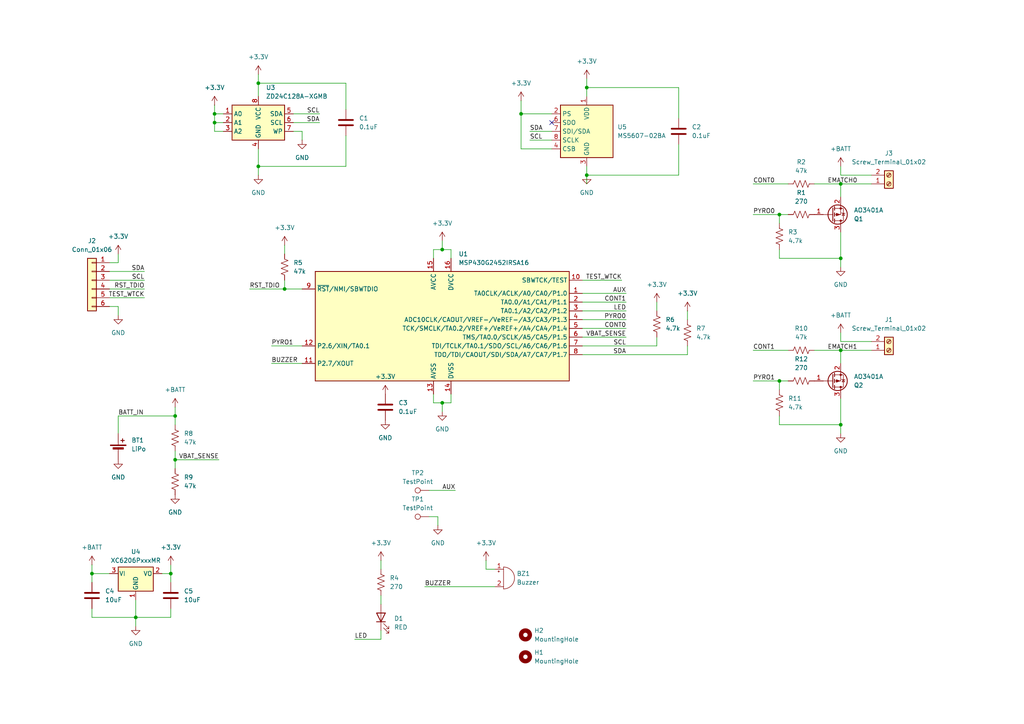
<source format=kicad_sch>
(kicad_sch (version 20231120) (generator "eeschema") (generator_version "8.0")
  (paper "A4")
  (lib_symbols
    (symbol "Connector:Screw_Terminal_01x02" (pin_names (offset 1.016) hide)
      (property "Reference" "J" (at 0 2.54 0))
      (property "Value" "Screw_Terminal_01x02" (at 0 -5.08 0))
      (symbol "Screw_Terminal_01x02_1_1"
        (rectangle (start -1.27 1.27) (end 1.27 -3.81) (stroke (width 0.254)) (fill (type background)))
        (circle (center 0 -2.54) (radius 0.635) (stroke (width 0.1524)))
        (polyline (pts (xy -0.5334 -2.2098) (xy 0.3302 -3.048)) (stroke (width 0.1524)))
        (polyline (pts (xy -0.5334 0.3302) (xy 0.3302 -0.508)) (stroke (width 0.1524)))
        (polyline (pts (xy -0.3556 -2.032) (xy 0.508 -2.8702)) (stroke (width 0.1524)))
        (polyline (pts (xy -0.3556 0.508) (xy 0.508 -0.3302)) (stroke (width 0.1524)))
        (circle (center 0 0) (radius 0.635) (stroke (width 0.1524)))
        (pin passive line (at -5.08 0 0) (length 3.81) (name "Pin_1") (number "1"))
        (pin passive line (at -5.08 -2.54 0) (length 3.81) (name "Pin_2") (number "2"))
      )
    )
    (symbol "Connector:TestPoint" (pin_numbers hide) (pin_names (offset 0.762) hide)
      (property "Reference" "TP" (at 0 6.858 0))
      (property "Value" "TestPoint" (at 0 5.08 0))
      (symbol "TestPoint_0_1"
        (circle (center 0 3.302) (radius 0.762))
      )
      (symbol "TestPoint_1_1"
        (pin passive line (at 0 0 90) (length 2.54) (name "1") (number "1"))
      )
    )
    (symbol "Connector_Generic:Conn_01x06" (pin_names (offset 1.016) hide)
      (property "Reference" "J" (at 0 7.62 0))
      (property "Value" "Conn_01x06" (at 0 -10.16 0))
      (symbol "Conn_01x06_1_1"
        (rectangle (start -1.27 -7.493) (end 0 -7.747) (stroke (width 0.1524)))
        (rectangle (start -1.27 -4.953) (end 0 -5.207) (stroke (width 0.1524)))
        (rectangle (start -1.27 -2.413) (end 0 -2.667) (stroke (width 0.1524)))
        (rectangle (start -1.27 0.127) (end 0 -0.127) (stroke (width 0.1524)))
        (rectangle (start -1.27 2.667) (end 0 2.413) (stroke (width 0.1524)))
        (rectangle (start -1.27 5.207) (end 0 4.953) (stroke (width 0.1524)))
        (rectangle (start -1.27 6.35) (end 1.27 -8.89) (stroke (width 0.254)) (fill (type background)))
        (pin passive line (at -5.08 5.08 0) (length 3.81) (name "Pin_1") (number "1"))
        (pin passive line (at -5.08 2.54 0) (length 3.81) (name "Pin_2") (number "2"))
        (pin passive line (at -5.08 0 0) (length 3.81) (name "Pin_3") (number "3"))
        (pin passive line (at -5.08 -2.54 0) (length 3.81) (name "Pin_4") (number "4"))
        (pin passive line (at -5.08 -5.08 0) (length 3.81) (name "Pin_5") (number "5"))
        (pin passive line (at -5.08 -7.62 0) (length 3.81) (name "Pin_6") (number "6"))
      )
    )
    (symbol "Device:Battery_Cell" (pin_numbers hide) (pin_names (offset 0) hide)
      (property "Reference" "BT" (at 2.54 2.54 0))
      (property "Value" "Battery_Cell" (at 2.54 0 0))
      (symbol "Battery_Cell_0_1"
        (rectangle (start -2.286 1.778) (end 2.286 1.524) (fill (type outline)))
        (rectangle (start -1.524 1.016) (end 1.524 0.508) (fill (type outline)))
        (polyline (pts (xy 0 0.762) (xy 0 0)))
        (polyline (pts (xy 0 1.778) (xy 0 2.54)))
        (polyline (pts (xy 0.762 3.048) (xy 1.778 3.048)) (stroke (width 0.254)))
        (polyline (pts (xy 1.27 3.556) (xy 1.27 2.54)) (stroke (width 0.254)))
      )
      (symbol "Battery_Cell_1_1"
        (pin passive line (at 0 5.08 270) (length 2.54) (name "+") (number "1"))
        (pin passive line (at 0 -2.54 90) (length 2.54) (name "-") (number "2"))
      )
    )
    (symbol "Device:Buzzer" (pin_names (offset 0.0254) hide)
      (property "Reference" "BZ" (at 3.81 1.27 0))
      (property "Value" "Buzzer" (at 3.81 -1.27 0))
      (symbol "Buzzer_0_1"
        (arc (start 0 -3.175) (mid 3.1612 0) (end 0 3.175))
        (polyline (pts (xy -1.651 1.905) (xy -1.143 1.905)))
        (polyline (pts (xy -1.397 2.159) (xy -1.397 1.651)))
        (polyline (pts (xy 0 3.175) (xy 0 -3.175)))
      )
      (symbol "Buzzer_1_1"
        (pin passive line (at -2.54 2.54 0) (length 2.54) (name "+") (number "1"))
        (pin passive line (at -2.54 -2.54 0) (length 2.54) (name "-") (number "2"))
      )
    )
    (symbol "Device:C" (pin_numbers hide) (pin_names (offset 0.254))
      (property "Reference" "C" (at 0.635 2.54 0))
      (property "Value" "C" (at 0.635 -2.54 0))
      (symbol "C_0_1"
        (polyline (pts (xy -2.032 -0.762) (xy 2.032 -0.762)) (stroke (width 0.508)))
        (polyline (pts (xy -2.032 0.762) (xy 2.032 0.762)) (stroke (width 0.508)))
      )
      (symbol "C_1_1"
        (pin passive line (at 0 3.81 270) (length 2.794) (name "~") (number "1"))
        (pin passive line (at 0 -3.81 90) (length 2.794) (name "~") (number "2"))
      )
    )
    (symbol "Device:LED" (pin_numbers hide) (pin_names (offset 1.016) hide)
      (property "Reference" "D" (at 0 2.54 0))
      (property "Value" "LED" (at 0 -2.54 0))
      (symbol "LED_0_1"
        (polyline (pts (xy -1.27 -1.27) (xy -1.27 1.27)) (stroke (width 0.254)))
        (polyline (pts (xy -1.27 0) (xy 1.27 0)))
        (polyline (pts (xy 1.27 -1.27) (xy 1.27 1.27) (xy -1.27 0) (xy 1.27 -1.27)) (stroke (width 0.254)))
        (polyline (pts (xy -3.048 -0.762) (xy -4.572 -2.286) (xy -3.81 -2.286) (xy -4.572 -2.286) (xy -4.572 -1.524)))
        (polyline (pts (xy -1.778 -0.762) (xy -3.302 -2.286) (xy -2.54 -2.286) (xy -3.302 -2.286) (xy -3.302 -1.524)))
      )
      (symbol "LED_1_1"
        (pin passive line (at -3.81 0 0) (length 2.54) (name "K") (number "1"))
        (pin passive line (at 3.81 0 180) (length 2.54) (name "A") (number "2"))
      )
    )
    (symbol "Device:R_US" (pin_numbers hide) (pin_names (offset 0))
      (property "Reference" "R" (at 2.54 0 90))
      (property "Value" "R_US" (at -2.54 0 90))
      (symbol "R_US_0_1"
        (polyline (pts (xy 0 -2.286) (xy 0 -2.54)))
        (polyline (pts (xy 0 2.286) (xy 0 2.54)))
        (polyline (pts (xy 0 -0.762) (xy 1.016 -1.143) (xy 0 -1.524) (xy -1.016 -1.905) (xy 0 -2.286)))
        (polyline (pts (xy 0 0.762) (xy 1.016 0.381) (xy 0 0) (xy -1.016 -0.381) (xy 0 -0.762)))
        (polyline (pts (xy 0 2.286) (xy 1.016 1.905) (xy 0 1.524) (xy -1.016 1.143) (xy 0 0.762)))
      )
      (symbol "R_US_1_1"
        (pin passive line (at 0 3.81 270) (length 1.27) (name "~") (number "1"))
        (pin passive line (at 0 -3.81 90) (length 1.27) (name "~") (number "2"))
      )
    )
    (symbol "MCU_Texas_MSP430:MSP430G2452IRSA16"
      (property "Reference" "U" (at -35.56 17.78 0))
      (property "Value" "MSP430G2452IRSA16" (at 29.21 -16.51 0))
      (symbol "MSP430G2452IRSA16_0_1"
        (rectangle (start -36.83 16.51) (end 36.83 -15.24) (stroke (width 0.254)) (fill (type background)))
      )
      (symbol "MSP430G2452IRSA16_1_1"
        (pin bidirectional line (at 40.64 10.16 180) (length 3.81) (name "TA0CLK/ACLK/A0/CA0/P1.0") (number "1"))
        (pin input line (at 40.64 13.97 180) (length 3.81) (name "SBWTCK/TEST") (number "10"))
        (pin bidirectional line (at -40.64 -10.16 0) (length 3.81) (name "P2.7/XOUT") (number "11"))
        (pin bidirectional line (at -40.64 -5.08 0) (length 3.81) (name "P2.6/XIN/TA0.1") (number "12"))
        (pin power_in line (at -2.54 -19.05 90) (length 3.81) (name "AVSS") (number "13"))
        (pin power_in line (at 2.54 -19.05 90) (length 3.81) (name "DVSS") (number "14"))
        (pin power_in line (at -2.54 20.32 270) (length 3.81) (name "AVCC") (number "15"))
        (pin power_in line (at 2.54 20.32 270) (length 3.81) (name "DVCC") (number "16"))
        (pin bidirectional line (at 40.64 7.62 180) (length 3.81) (name "TA0.0/A1/CA1/P1.1") (number "2"))
        (pin bidirectional line (at 40.64 5.08 180) (length 3.81) (name "TA0.1/A2/CA2/P1.2") (number "3"))
        (pin bidirectional line (at 40.64 2.54 180) (length 3.81) (name "ADC10CLK/CAOUT/VREF-/VeREF-/A3/CA3/P1.3") (number "4"))
        (pin bidirectional line (at 40.64 0 180) (length 3.81) (name "TCK/SMCLK/TA0.2/VREF+/VeREF+/A4/CA4/P1.4") (number "5"))
        (pin bidirectional line (at 40.64 -2.54 180) (length 3.81) (name "TMS/TA0.0/SCLK/A5/CA5/P1.5") (number "6"))
        (pin bidirectional line (at 40.64 -5.08 180) (length 3.81) (name "TDI/TCLK/TA0.1/SDO/SCL/A6/CA6/P1.6") (number "7"))
        (pin bidirectional line (at 40.64 -7.62 180) (length 3.81) (name "TDO/TDI/CAOUT/SDI/SDA/A7/CA7/P1.7") (number "8"))
        (pin input line (at -40.64 11.43 0) (length 3.81) (name "~{RST}/NMI/SBWTDIO") (number "9"))
      )
    )
    (symbol "Mechanical:MountingHole" (pin_names (offset 1.016)) (exclude_from_sim yes) (in_bom no)
      (property "Reference" "H" (at 0 5.08 0))
      (property "Value" "MountingHole" (at 0 3.175 0))
      (symbol "MountingHole_0_1"
        (circle (center 0 0) (radius 1.27) (stroke (width 1.27)))
      )
    )
    (symbol "Memory_EEPROM:CAT24C128"
      (property "Reference" "U" (at -6.35 6.35 0))
      (property "Value" "CAT24C128" (at 1.27 6.35 0))
      (symbol "CAT24C128_1_1"
        (rectangle (start -7.62 5.08) (end 7.62 -5.08) (stroke (width 0.254)) (fill (type background)))
        (pin input line (at -10.16 2.54 0) (length 2.54) (name "A0") (number "1"))
        (pin input line (at -10.16 0 0) (length 2.54) (name "A1") (number "2"))
        (pin input line (at -10.16 -2.54 0) (length 2.54) (name "A2") (number "3"))
        (pin power_in line (at 0 -7.62 90) (length 2.54) (name "GND") (number "4"))
        (pin bidirectional line (at 10.16 2.54 180) (length 2.54) (name "SDA") (number "5"))
        (pin input line (at 10.16 0 180) (length 2.54) (name "SCL") (number "6"))
        (pin input line (at 10.16 -2.54 180) (length 2.54) (name "WP") (number "7"))
        (pin power_in line (at 0 7.62 270) (length 2.54) (name "VCC") (number "8"))
      )
    )
    (symbol "Regulator_Linear:XC6206PxxxMR" (pin_names (offset 0.254))
      (property "Reference" "U" (at -3.81 3.175 0))
      (property "Value" "XC6206PxxxMR" (at 0 3.175 0))
      (symbol "XC6206PxxxMR_0_1"
        (rectangle (start -5.08 1.905) (end 5.08 -5.08) (stroke (width 0.254)) (fill (type background)))
      )
      (symbol "XC6206PxxxMR_1_1"
        (pin power_in line (at 0 -7.62 90) (length 2.54) (name "GND") (number "1"))
        (pin power_out line (at 7.62 0 180) (length 2.54) (name "VO") (number "2"))
        (pin power_in line (at -7.62 0 0) (length 2.54) (name "VI") (number "3"))
      )
    )
    (symbol "Sensor_Pressure:MS5607-02BA"
      (property "Reference" "U" (at -6.35 8.89 0))
      (property "Value" "MS5607-02BA" (at 7.62 8.89 0))
      (symbol "MS5607-02BA_0_1"
        (rectangle (start -7.62 7.62) (end 7.62 -7.62) (stroke (width 0.254)) (fill (type background)))
      )
      (symbol "MS5607-02BA_1_1"
        (pin power_in line (at 0 10.16 270) (length 2.54) (name "VDD") (number "1"))
        (pin input line (at -10.16 5.08 0) (length 2.54) (name "PS") (number "2"))
        (pin power_in line (at 0 -10.16 90) (length 2.54) (name "GND") (number "3"))
        (pin input line (at -10.16 -5.08 0) (length 2.54) (name "CSB") (number "4"))
        (pin input line (at -10.16 -5.08 0) (length 2.54) hide (name "CSB") (number "5"))
        (pin output line (at -10.16 2.54 0) (length 2.54) (name "SDO") (number "6"))
        (pin bidirectional line (at -10.16 0 0) (length 2.54) (name "SDI/SDA") (number "7"))
        (pin input line (at -10.16 -2.54 0) (length 2.54) (name "SCLK") (number "8"))
      )
    )
    (symbol "Transistor_FET:AO3401A" (pin_names hide)
      (property "Reference" "Q" (at 5.08 1.905 0))
      (property "Value" "AO3401A" (at 5.08 0 0))
      (symbol "AO3401A_0_1"
        (polyline (pts (xy 0.254 0) (xy -2.54 0)))
        (polyline (pts (xy 0.254 1.905) (xy 0.254 -1.905)) (stroke (width 0.254)))
        (polyline (pts (xy 0.762 -1.27) (xy 0.762 -2.286)) (stroke (width 0.254)))
        (polyline (pts (xy 0.762 0.508) (xy 0.762 -0.508)) (stroke (width 0.254)))
        (polyline (pts (xy 0.762 2.286) (xy 0.762 1.27)) (stroke (width 0.254)))
        (polyline (pts (xy 2.54 2.54) (xy 2.54 1.778)))
        (polyline (pts (xy 2.54 -2.54) (xy 2.54 0) (xy 0.762 0)))
        (polyline (pts (xy 0.762 1.778) (xy 3.302 1.778) (xy 3.302 -1.778) (xy 0.762 -1.778)))
        (polyline (pts (xy 2.286 0) (xy 1.27 0.381) (xy 1.27 -0.381) (xy 2.286 0)) (fill (type outline)))
        (polyline (pts (xy 2.794 -0.508) (xy 2.921 -0.381) (xy 3.683 -0.381) (xy 3.81 -0.254)))
        (polyline (pts (xy 3.302 -0.381) (xy 2.921 0.254) (xy 3.683 0.254) (xy 3.302 -0.381)))
        (circle (center 1.651 0) (radius 2.794) (stroke (width 0.254)))
        (circle (center 2.54 -1.778) (radius 0.254) (fill (type outline)))
        (circle (center 2.54 1.778) (radius 0.254) (fill (type outline)))
      )
      (symbol "AO3401A_1_1"
        (pin input line (at -5.08 0 0) (length 2.54) (name "G") (number "1"))
        (pin passive line (at 2.54 -5.08 90) (length 2.54) (name "S") (number "2"))
        (pin passive line (at 2.54 5.08 270) (length 2.54) (name "D") (number "3"))
      )
    )
    (symbol "power:+3.3V" (power) (pin_numbers hide) (pin_names (offset 0) hide)
      (property "Value" "+3.3V" (at 0 3.556 0))
      (symbol "+3.3V_0_1"
        (polyline (pts (xy -0.762 1.27) (xy 0 2.54)))
        (polyline (pts (xy 0 0) (xy 0 2.54)))
        (polyline (pts (xy 0 2.54) (xy 0.762 1.27)))
      )
      (symbol "+3.3V_1_1"
        (pin power_in line (at 0 0 90) (length 0) (name "~") (number "1"))
      )
    )
    (symbol "power:+BATT" (power) (pin_numbers hide) (pin_names (offset 0) hide)
      (property "Value" "+BATT" (at 0 3.556 0))
      (symbol "+BATT_0_1"
        (polyline (pts (xy -0.762 1.27) (xy 0 2.54)))
        (polyline (pts (xy 0 0) (xy 0 2.54)))
        (polyline (pts (xy 0 2.54) (xy 0.762 1.27)))
      )
      (symbol "+BATT_1_1"
        (pin power_in line (at 0 0 90) (length 0) (name "~") (number "1"))
      )
    )
    (symbol "power:GND" (power) (pin_numbers hide) (pin_names (offset 0) hide)
      (property "Value" "GND" (at 0 -3.81 0))
      (symbol "GND_0_1"
        (polyline (pts (xy 0 0) (xy 0 -1.27) (xy 1.27 -1.27) (xy 0 -2.54) (xy -1.27 -1.27) (xy 0 -1.27)))
      )
      (symbol "GND_1_1"
        (pin power_in line (at 0 0 270) (length 0) (name "~") (number "1"))
      )
    )
  )
  (junction (at 50.8 133.35))
  (junction (at 49.53 166.37))
  (junction (at 243.84 74.93))
  (junction (at 74.93 48.26))
  (junction (at 243.84 53.34))
  (junction (at 226.06 110.49))
  (junction (at 62.23 35.56))
  (junction (at 128.27 116.84))
  (junction (at 74.93 24.13))
  (junction (at 62.23 33.02))
  (junction (at 243.84 123.19))
  (junction (at 243.84 101.6))
  (junction (at 50.8 120.65))
  (junction (at 170.18 50.8))
  (junction (at 82.55 83.82))
  (junction (at 226.06 62.23))
  (junction (at 170.18 25.4))
  (junction (at 128.27 72.39))
  (junction (at 39.37 179.07))
  (junction (at 151.13 33.02))
  (junction (at 26.67 166.37))
  (no_connect (at 160.02 35.56))
  (wire (pts (xy 85.09 35.56) (xy 92.71 35.56)))
  (wire (pts (xy 50.8 120.65) (xy 50.8 123.19)))
  (wire (pts (xy 151.13 29.21) (xy 151.13 33.02)))
  (wire (pts (xy 50.8 120.65) (xy 50.8 118.11)))
  (wire (pts (xy 110.49 172.72) (xy 110.49 175.26)))
  (wire (pts (xy 31.75 86.36) (xy 41.91 86.36)))
  (wire (pts (xy 170.18 50.8) (xy 196.85 50.8)))
  (wire (pts (xy 199.39 90.17) (xy 199.39 92.71)))
  (wire (pts (xy 243.84 101.6) (xy 243.84 105.41)))
  (wire (pts (xy 170.18 48.26) (xy 170.18 50.8)))
  (wire (pts (xy 190.5 97.79) (xy 190.5 100.33)))
  (wire (pts (xy 168.91 95.25) (xy 181.61 95.25)))
  (wire (pts (xy 123.19 170.18) (xy 143.51 170.18)))
  (wire (pts (xy 87.63 83.82) (xy 82.55 83.82)))
  (wire (pts (xy 243.84 74.93) (xy 243.84 77.47)))
  (wire (pts (xy 34.29 73.66) (xy 34.29 76.2)))
  (wire (pts (xy 243.84 96.52) (xy 243.84 99.06)))
  (wire (pts (xy 168.91 100.33) (xy 190.5 100.33)))
  (wire (pts (xy 26.67 163.83) (xy 26.67 166.37)))
  (wire (pts (xy 87.63 38.1) (xy 85.09 38.1)))
  (wire (pts (xy 85.09 33.02) (xy 92.71 33.02)))
  (wire (pts (xy 168.91 87.63) (xy 181.61 87.63)))
  (wire (pts (xy 132.08 142.24) (xy 124.46 142.24)))
  (wire (pts (xy 160.02 40.64) (xy 153.67 40.64)))
  (wire (pts (xy 170.18 22.86) (xy 170.18 25.4)))
  (wire (pts (xy 168.91 90.17) (xy 181.61 90.17)))
  (wire (pts (xy 226.06 72.39) (xy 226.06 74.93)))
  (wire (pts (xy 170.18 53.34) (xy 170.18 50.8)))
  (wire (pts (xy 243.84 101.6) (xy 252.73 101.6)))
  (wire (pts (xy 72.39 83.82) (xy 82.55 83.82)))
  (wire (pts (xy 168.91 97.79) (xy 181.61 97.79)))
  (wire (pts (xy 110.49 165.1) (xy 110.49 162.56)))
  (wire (pts (xy 26.67 179.07) (xy 39.37 179.07)))
  (wire (pts (xy 49.53 176.53) (xy 49.53 179.07)))
  (wire (pts (xy 128.27 69.85) (xy 128.27 72.39)))
  (wire (pts (xy 74.93 43.18) (xy 74.93 48.26)))
  (wire (pts (xy 168.91 81.28) (xy 180.34 81.28)))
  (wire (pts (xy 218.44 62.23) (xy 226.06 62.23)))
  (wire (pts (xy 74.93 48.26) (xy 74.93 50.8)))
  (wire (pts (xy 39.37 179.07) (xy 49.53 179.07)))
  (wire (pts (xy 100.33 48.26) (xy 74.93 48.26)))
  (wire (pts (xy 102.87 185.42) (xy 110.49 185.42)))
  (wire (pts (xy 151.13 33.02) (xy 160.02 33.02)))
  (wire (pts (xy 196.85 34.29) (xy 196.85 25.4)))
  (wire (pts (xy 128.27 116.84) (xy 130.81 116.84)))
  (wire (pts (xy 127 149.86) (xy 124.46 149.86)))
  (wire (pts (xy 125.73 72.39) (xy 125.73 74.93)))
  (wire (pts (xy 243.84 53.34) (xy 243.84 57.15)))
  (wire (pts (xy 125.73 116.84) (xy 128.27 116.84)))
  (wire (pts (xy 170.18 25.4) (xy 170.18 27.94)))
  (wire (pts (xy 226.06 110.49) (xy 228.6 110.49)))
  (wire (pts (xy 82.55 71.12) (xy 82.55 73.66)))
  (wire (pts (xy 64.77 38.1) (xy 62.23 38.1)))
  (wire (pts (xy 226.06 110.49) (xy 226.06 113.03)))
  (wire (pts (xy 62.23 33.02) (xy 64.77 33.02)))
  (wire (pts (xy 74.93 24.13) (xy 74.93 27.94)))
  (wire (pts (xy 140.97 162.56) (xy 140.97 165.1)))
  (wire (pts (xy 243.84 48.26) (xy 243.84 50.8)))
  (wire (pts (xy 31.75 78.74) (xy 41.91 78.74)))
  (wire (pts (xy 50.8 133.35) (xy 50.8 135.89)))
  (wire (pts (xy 34.29 76.2) (xy 31.75 76.2)))
  (wire (pts (xy 130.81 72.39) (xy 128.27 72.39)))
  (wire (pts (xy 34.29 91.44) (xy 34.29 88.9)))
  (wire (pts (xy 196.85 41.91) (xy 196.85 50.8)))
  (wire (pts (xy 34.29 120.65) (xy 34.29 125.73)))
  (wire (pts (xy 160.02 38.1) (xy 153.67 38.1)))
  (wire (pts (xy 31.75 83.82) (xy 41.91 83.82)))
  (wire (pts (xy 243.84 123.19) (xy 243.84 115.57)))
  (wire (pts (xy 39.37 179.07) (xy 39.37 181.61)))
  (wire (pts (xy 34.29 120.65) (xy 50.8 120.65)))
  (wire (pts (xy 110.49 182.88) (xy 110.49 185.42)))
  (wire (pts (xy 243.84 53.34) (xy 252.73 53.34)))
  (wire (pts (xy 218.44 101.6) (xy 228.6 101.6)))
  (wire (pts (xy 130.81 116.84) (xy 130.81 114.3)))
  (wire (pts (xy 168.91 102.87) (xy 199.39 102.87)))
  (wire (pts (xy 151.13 33.02) (xy 151.13 43.18)))
  (wire (pts (xy 128.27 72.39) (xy 125.73 72.39)))
  (wire (pts (xy 190.5 87.63) (xy 190.5 90.17)))
  (wire (pts (xy 236.22 53.34) (xy 243.84 53.34)))
  (wire (pts (xy 168.91 92.71) (xy 181.61 92.71)))
  (wire (pts (xy 62.23 30.48) (xy 62.23 33.02)))
  (wire (pts (xy 226.06 123.19) (xy 243.84 123.19)))
  (wire (pts (xy 26.67 166.37) (xy 31.75 166.37)))
  (wire (pts (xy 218.44 110.49) (xy 226.06 110.49)))
  (wire (pts (xy 100.33 39.37) (xy 100.33 48.26)))
  (wire (pts (xy 130.81 74.93) (xy 130.81 72.39)))
  (wire (pts (xy 125.73 114.3) (xy 125.73 116.84)))
  (wire (pts (xy 26.67 176.53) (xy 26.67 179.07)))
  (wire (pts (xy 26.67 166.37) (xy 26.67 168.91)))
  (wire (pts (xy 78.74 100.33) (xy 87.63 100.33)))
  (wire (pts (xy 78.74 105.41) (xy 87.63 105.41)))
  (wire (pts (xy 74.93 21.59) (xy 74.93 24.13)))
  (wire (pts (xy 218.44 53.34) (xy 228.6 53.34)))
  (wire (pts (xy 49.53 166.37) (xy 46.99 166.37)))
  (wire (pts (xy 170.18 25.4) (xy 196.85 25.4)))
  (wire (pts (xy 226.06 74.93) (xy 243.84 74.93)))
  (wire (pts (xy 128.27 119.38) (xy 128.27 116.84)))
  (wire (pts (xy 49.53 166.37) (xy 49.53 168.91)))
  (wire (pts (xy 243.84 74.93) (xy 243.84 67.31)))
  (wire (pts (xy 100.33 24.13) (xy 74.93 24.13)))
  (wire (pts (xy 168.91 85.09) (xy 181.61 85.09)))
  (wire (pts (xy 252.73 99.06) (xy 243.84 99.06)))
  (wire (pts (xy 226.06 120.65) (xy 226.06 123.19)))
  (wire (pts (xy 39.37 173.99) (xy 39.37 179.07)))
  (wire (pts (xy 34.29 88.9) (xy 31.75 88.9)))
  (wire (pts (xy 226.06 62.23) (xy 226.06 64.77)))
  (wire (pts (xy 160.02 43.18) (xy 151.13 43.18)))
  (wire (pts (xy 252.73 50.8) (xy 243.84 50.8)))
  (wire (pts (xy 49.53 163.83) (xy 49.53 166.37)))
  (wire (pts (xy 236.22 101.6) (xy 243.84 101.6)))
  (wire (pts (xy 82.55 83.82) (xy 82.55 81.28)))
  (wire (pts (xy 31.75 81.28) (xy 41.91 81.28)))
  (wire (pts (xy 226.06 62.23) (xy 228.6 62.23)))
  (wire (pts (xy 62.23 38.1) (xy 62.23 35.56)))
  (wire (pts (xy 62.23 35.56) (xy 62.23 33.02)))
  (wire (pts (xy 100.33 31.75) (xy 100.33 24.13)))
  (wire (pts (xy 62.23 35.56) (xy 64.77 35.56)))
  (wire (pts (xy 87.63 40.64) (xy 87.63 38.1)))
  (wire (pts (xy 50.8 130.81) (xy 50.8 133.35)))
  (wire (pts (xy 50.8 133.35) (xy 63.5 133.35)))
  (wire (pts (xy 140.97 165.1) (xy 143.51 165.1)))
  (wire (pts (xy 127 152.4) (xy 127 149.86)))
  (wire (pts (xy 199.39 100.33) (xy 199.39 102.87)))
  (wire (pts (xy 243.84 123.19) (xy 243.84 125.73)))
  (label "LED" (at 181.61 90.17 180))
  (label "PYRO0" (at 181.61 92.71 180))
  (label "EMATCH1" (at 240.03 101.6 0))
  (label "BUZZER" (at 78.74 105.41 0))
  (label "TEST_WTCK" (at 41.91 86.36 180))
  (label "PYRO0" (at 218.44 62.23 0))
  (label "SCL" (at 92.71 33.02 180))
  (label "VBAT_SENSE" (at 181.61 97.79 180))
  (label "LED" (at 102.87 185.42 0))
  (label "AUX" (at 181.61 85.09 180))
  (label "RST_TDIO" (at 41.91 83.82 180))
  (label "SDA" (at 181.61 102.87 180))
  (label "SDA" (at 41.91 78.74 180))
  (label "SDA" (at 92.71 35.56 180))
  (label "CONT1" (at 181.61 87.63 180))
  (label "CONT0" (at 181.61 95.25 180))
  (label "AUX" (at 132.08 142.24 180))
  (label "VBAT_SENSE" (at 63.5 133.35 180))
  (label "SCL" (at 153.67 40.64 0))
  (label "BATT_IN" (at 34.29 120.65 0))
  (label "SCL" (at 181.61 100.33 180))
  (label "RST_TDIO" (at 72.39 83.82 0))
  (label "CONT0" (at 218.44 53.34 0))
  (label "EMATCH0" (at 240.03 53.34 0))
  (label "BUZZER" (at 123.19 170.18 0))
  (label "PYRO1" (at 78.74 100.33 0))
  (label "SCL" (at 41.91 81.28 180))
  (label "PYRO1" (at 218.44 110.49 0))
  (label "SDA" (at 153.67 38.1 0))
  (label "TEST_WTCK" (at 180.34 81.28 180))
  (label "CONT1" (at 218.44 101.6 0))
  (symbol (lib_id "power:GND") (at 34.29 133.35 0) (unit 1)
    (property "Reference" "#PWR015" (effects (hide yes)))
    (property "Value" "GND" (at 34.29 138.43 0))
    (property "Description" "Power symbol creates a global label with name \"GND\" , ground" (effects (hide yes)))
  )
  (symbol (lib_id "Transistor_FET:AO3401A") (at 241.3 110.49 0) (mirror x) (unit 1)
    (property "Reference" "Q2" (at 247.65 111.76 0) (effects (justify left)))
    (property "Value" "AO3401A" (at 247.65 109.22 0) (effects (justify left)))
    (property "Footprint" "Package_TO_SOT_SMD:SOT-23" (effects (hide yes)))
    (property "Datasheet" "http://www.aosmd.com/pdfs/datasheet/AO3401A.pdf" (effects (hide yes)))
    (property "Description" "-4.0A Id, -30V Vds, P-Channel MOSFET, SOT-23" (effects (hide yes)))
    (property "LCSC" "C15127" (effects (hide yes)))
  )
  (symbol (lib_id "power:+3.3V") (at 74.93 21.59 0) (unit 1)
    (property "Reference" "#PWR023" (effects (hide yes)))
    (property "Value" "+3.3V" (at 74.93 16.51 0))
    (property "Description" "Power symbol creates a global label with name \"+3.3V\"" (effects (hide yes)))
  )
  (symbol (lib_id "Device:R_US") (at 50.8 139.7 0) (unit 1)
    (property "Reference" "R9" (at 53.34 138.43 0) (effects (justify left)))
    (property "Value" "47k" (at 53.34 140.97 0) (effects (justify left)))
    (property "Footprint" "Resistor_SMD:R_0402_1005Metric" (effects (hide yes)))
    (property "Datasheet" "https://www.lcsc.com/datasheet/lcsc_datasheet_2206010100_UNI-ROYAL-Uniroyal-Elec-0402WGF4702TCE_C25792.pdf" (effects (hide yes)))
    (property "Description" "Resistor, US symbol" (effects (hide yes)))
    (property "LCSC" "C25792" (effects (hide yes)))
  )
  (symbol (lib_id "power:+3.3V") (at 62.23 30.48 0) (unit 1)
    (property "Reference" "#PWR025" (effects (hide yes)))
    (property "Value" "+3.3V" (at 62.23 25.4 0))
    (property "Description" "Power symbol creates a global label with name \"+3.3V\"" (effects (hide yes)))
  )
  (symbol (lib_id "MCU_Texas_MSP430:MSP430G2452IRSA16") (at 128.27 95.25 0) (unit 1)
    (property "Reference" "U1" (at 133.0041 73.66 0) (effects (justify left)))
    (property "Value" "MSP430G2452IRSA16" (at 133.0041 76.2 0) (effects (justify left)))
    (property "Footprint" "Package_DFN_QFN:Texas_RSA_VQFN-16-1EP_4x4mm_P0.65mm_EP2.7x2.7mm" (effects (hide yes)))
    (property "Datasheet" "http://www.ti.com/lit/ds/symlink/msp430g2452.pdf" (effects (hide yes)))
    (property "Description" "8kB Flash, 256B RAM, QFN-16" (effects (hide yes)))
    (property "LCSC" "C74965" (effects (hide yes)))
    (property "JLCPCB_CORRECTION" "0;0;180" (effects (hide yes)))
  )
  (symbol (lib_id "power:+3.3V") (at 199.39 90.17 0) (unit 1)
    (property "Reference" "#PWR013" (effects (hide yes)))
    (property "Value" "+3.3V" (at 199.39 85.09 0))
    (property "Description" "Power symbol creates a global label with name \"+3.3V\"" (effects (hide yes)))
  )
  (symbol (lib_id "power:+3.3V") (at 111.76 114.3 0) (unit 1)
    (property "Reference" "#PWR021" (effects (hide yes)))
    (property "Value" "+3.3V" (at 111.76 109.22 0))
    (property "Description" "Power symbol creates a global label with name \"+3.3V\"" (effects (hide yes)))
  )
  (symbol (lib_id "Connector:TestPoint") (at 124.46 149.86 90) (unit 1)
    (property "Reference" "TP1" (at 121.158 144.78 90))
    (property "Value" "TestPoint" (at 121.158 147.32 90))
    (property "Footprint" "TestPoint:TestPoint_Pad_1.5x1.5mm" (effects (hide yes)))
    (property "Description" "test point" (effects (hide yes)))
    (property "JLCPCB_IGNORE" "ignore" (effects (hide yes)))
  )
  (symbol (lib_id "power:GND") (at 50.8 143.51 0) (unit 1)
    (property "Reference" "#PWR020" (effects (hide yes)))
    (property "Value" "GND" (at 50.8 148.59 0))
    (property "Description" "Power symbol creates a global label with name \"GND\" , ground" (effects (hide yes)))
  )
  (symbol (lib_id "Device:R_US") (at 190.5 93.98 0) (unit 1)
    (property "Reference" "R6" (at 193.04 92.71 0) (effects (justify left)))
    (property "Value" "4.7k" (at 193.04 95.25 0) (effects (justify left)))
    (property "Footprint" "Resistor_SMD:R_0402_1005Metric" (effects (hide yes)))
    (property "Datasheet" "https://wmsc.lcsc.com/wmsc/upload/file/pdf/v2/lcsc/2308241947_FOJAN-FRC0402J472-TS_C2906941.pdf" (effects (hide yes)))
    (property "Description" "Resistor, US symbol" (effects (hide yes)))
    (property "LCSC" "C2906941" (effects (hide yes)))
  )
  (symbol (lib_id "power:+BATT") (at 26.67 163.83 0) (unit 1)
    (property "Reference" "#PWR08" (effects (hide yes)))
    (property "Value" "+BATT" (at 26.67 158.75 0))
    (property "Description" "Power symbol creates a global label with name \"+BATT\"" (effects (hide yes)))
  )
  (symbol (lib_id "Device:C") (at 196.85 38.1 0) (unit 1)
    (property "Reference" "C2" (at 200.66 36.83 0) (effects (justify left)))
    (property "Value" "0.1uF" (at 200.66 39.37 0) (effects (justify left)))
    (property "Footprint" "Capacitor_SMD:C_0402_1005Metric" (effects (hide yes)))
    (property "Datasheet" "https://www.lcsc.com/datasheet/lcsc_datasheet_2304140030_Samsung-Electro-Mechanics-CL05B104KO5NNNC_C1525.pdf" (effects (hide yes)))
    (property "Description" "Unpolarized capacitor" (effects (hide yes)))
    (property "LCSC" "C1525" (effects (hide yes)))
  )
  (symbol (lib_id "power:+3.3V") (at 140.97 162.56 0) (unit 1)
    (property "Reference" "#PWR010" (effects (hide yes)))
    (property "Value" "+3.3V" (at 140.97 157.48 0))
    (property "Description" "Power symbol creates a global label with name \"+3.3V\"" (effects (hide yes)))
  )
  (symbol (lib_id "Connector:Screw_Terminal_01x02") (at 257.81 101.6 0) (mirror x) (unit 1)
    (property "Reference" "J1" (at 257.81 92.71 0))
    (property "Value" "Screw_Terminal_01x02" (at 257.81 95.25 0))
    (property "Footprint" "TerminalBlock_TE-Connectivity:TerminalBlock_TE_282834-2_1x02_P2.54mm_Horizontal" (effects (hide yes)))
    (property "Description" "Generic screw terminal, single row, 01x02, script generated (kicad-library-utils/schlib/autogen/connector/)" (effects (hide yes)))
    (property "JLCPCB_IGNORE" "ignore" (effects (hide yes)))
  )
  (symbol (lib_id "power:GND") (at 170.18 50.8 0) (unit 1)
    (property "Reference" "#PWR05" (effects (hide yes)))
    (property "Value" "GND" (at 170.18 55.88 0))
    (property "Description" "Power symbol creates a global label with name \"GND\" , ground" (effects (hide yes)))
  )
  (symbol (lib_id "power:+3.3V") (at 190.5 87.63 0) (unit 1)
    (property "Reference" "#PWR012" (effects (hide yes)))
    (property "Value" "+3.3V" (at 190.5 82.55 0))
    (property "Description" "Power symbol creates a global label with name \"+3.3V\"" (effects (hide yes)))
  )
  (symbol (lib_id "Mechanical:MountingHole") (at 152.4 184.15 0) (unit 1)
    (property "Reference" "H2" (at 154.94 182.88 0) (effects (justify left)))
    (property "Value" "MountingHole" (at 154.94 185.42 0) (effects (justify left)))
    (property "Footprint" "MountingHole:MountingHole_2.2mm_M2" (effects (hide yes)))
    (property "Description" "Mounting Hole without connection" (effects (hide yes)))
    (property "JLCPCB_IGNORE" "ignore" (effects (hide yes)))
  )
  (symbol (lib_id "Device:R_US") (at 226.06 68.58 0) (unit 1)
    (property "Reference" "R3" (at 228.6 67.31 0) (effects (justify left)))
    (property "Value" "4.7k" (at 228.6 69.85 0) (effects (justify left)))
    (property "Footprint" "Resistor_SMD:R_0402_1005Metric" (effects (hide yes)))
    (property "Datasheet" "https://wmsc.lcsc.com/wmsc/upload/file/pdf/v2/lcsc/2308241947_FOJAN-FRC0402J472-TS_C2906941.pdf" (effects (hide yes)))
    (property "Description" "Resistor, US symbol" (effects (hide yes)))
    (property "LCSC" "C2906941" (effects (hide yes)))
  )
  (symbol (lib_id "Transistor_FET:AO3401A") (at 241.3 62.23 0) (mirror x) (unit 1)
    (property "Reference" "Q1" (at 247.65 63.5 0) (effects (justify left)))
    (property "Value" "AO3401A" (at 247.65 60.96 0) (effects (justify left)))
    (property "Footprint" "Package_TO_SOT_SMD:SOT-23" (effects (hide yes)))
    (property "Datasheet" "http://www.aosmd.com/pdfs/datasheet/AO3401A.pdf" (effects (hide yes)))
    (property "Description" "-4.0A Id, -30V Vds, P-Channel MOSFET, SOT-23" (effects (hide yes)))
    (property "LCSC" "C15127" (effects (hide yes)))
  )
  (symbol (lib_id "power:GND") (at 243.84 125.73 0) (unit 1)
    (property "Reference" "#PWR016" (effects (hide yes)))
    (property "Value" "GND" (at 243.84 130.81 0))
    (property "Description" "Power symbol creates a global label with name \"GND\" , ground" (effects (hide yes)))
  )
  (symbol (lib_id "power:+BATT") (at 50.8 118.11 0) (unit 1)
    (property "Reference" "#PWR014" (effects (hide yes)))
    (property "Value" "+BATT" (at 50.8 113.03 0))
    (property "Description" "Power symbol creates a global label with name \"+BATT\"" (effects (hide yes)))
  )
  (symbol (lib_id "Device:R_US") (at 82.55 77.47 0) (unit 1)
    (property "Reference" "R5" (at 85.09 76.2 0) (effects (justify left)))
    (property "Value" "47k" (at 85.09 78.74 0) (effects (justify left)))
    (property "Footprint" "Resistor_SMD:R_0402_1005Metric" (effects (hide yes)))
    (property "Datasheet" "https://www.lcsc.com/datasheet/lcsc_datasheet_2206010100_UNI-ROYAL-Uniroyal-Elec-0402WGF4702TCE_C25792.pdf" (effects (hide yes)))
    (property "Description" "Resistor, US symbol" (effects (hide yes)))
    (property "LCSC" "C25792" (effects (hide yes)))
  )
  (symbol (lib_id "power:+3.3V") (at 110.49 162.56 0) (unit 1)
    (property "Reference" "#PWR011" (effects (hide yes)))
    (property "Value" "+3.3V" (at 110.49 157.48 0))
    (property "Description" "Power symbol creates a global label with name \"+3.3V\"" (effects (hide yes)))
  )
  (symbol (lib_id "Memory_EEPROM:CAT24C128") (at 74.93 35.56 0) (unit 1)
    (property "Reference" "U3" (at 77.1241 25.4 0) (effects (justify left)))
    (property "Value" "ZD24C128A-XGMB" (at 77.1241 27.94 0) (effects (justify left)))
    (property "Footprint" "Package_SO:TSSOP-8_4.4x3mm_P0.65mm" (effects (hide yes)))
    (property "Datasheet" "https://www.lcsc.com/datasheet/lcsc_datasheet_2304140030_Zetta-ZD24C128A-XGMB_C918272.pdf" (effects (hide yes)))
    (property "Description" "128 kb CMOS Serial EEPROM, SOIC-8/TSSOP-8/DFN-8" (effects (hide yes)))
    (property "LCSC" "C918272" (effects (hide yes)))
    (property "JLCPCB_CORRECTION" "0;0;90" (effects (hide yes)))
  )
  (symbol (lib_id "power:GND") (at 243.84 77.47 0) (unit 1)
    (property "Reference" "#PWR019" (effects (hide yes)))
    (property "Value" "GND" (at 243.84 82.55 0))
    (property "Description" "Power symbol creates a global label with name \"GND\" , ground" (effects (hide yes)))
  )
  (symbol (lib_id "Connector:Screw_Terminal_01x02") (at 257.81 53.34 0) (mirror x) (unit 1)
    (property "Reference" "J3" (at 257.81 44.45 0))
    (property "Value" "Screw_Terminal_01x02" (at 257.81 46.99 0))
    (property "Footprint" "TerminalBlock_TE-Connectivity:TerminalBlock_TE_282834-2_1x02_P2.54mm_Horizontal" (effects (hide yes)))
    (property "Description" "Generic screw terminal, single row, 01x02, script generated (kicad-library-utils/schlib/autogen/connector/)" (effects (hide yes)))
    (property "JLCPCB_IGNORE" "ignore" (effects (hide yes)))
  )
  (symbol (lib_id "power:GND") (at 74.93 50.8 0) (unit 1)
    (property "Reference" "#PWR024" (effects (hide yes)))
    (property "Value" "GND" (at 74.93 55.88 0))
    (property "Description" "Power symbol creates a global label with name \"GND\" , ground" (effects (hide yes)))
  )
  (symbol (lib_id "Device:R_US") (at 232.41 62.23 270) (unit 1)
    (property "Reference" "R1" (at 232.41 55.88 90))
    (property "Value" "270" (at 232.41 58.42 90))
    (property "Footprint" "Resistor_SMD:R_0402_1005Metric" (effects (hide yes)))
    (property "Datasheet" "https://www.lcsc.com/datasheet/lcsc_datasheet_2205311845_UNI-ROYAL-Uniroyal-Elec-0402WGJ0271TCE_C25155.pdf" (effects (hide yes)))
    (property "Description" "Resistor, US symbol" (effects (hide yes)))
    (property "LCSC" "C25155" (effects (hide yes)))
  )
  (symbol (lib_id "power:+3.3V") (at 82.55 71.12 0) (unit 1)
    (property "Reference" "#PWR03" (effects (hide yes)))
    (property "Value" "+3.3V" (at 82.55 66.04 0))
    (property "Description" "Power symbol creates a global label with name \"+3.3V\"" (effects (hide yes)))
  )
  (symbol (lib_id "power:GND") (at 127 152.4 0) (unit 1)
    (property "Reference" "#PWR029" (effects (hide yes)))
    (property "Value" "GND" (at 127 157.48 0))
    (property "Description" "Power symbol creates a global label with name \"GND\" , ground" (effects (hide yes)))
  )
  (symbol (lib_id "Device:R_US") (at 199.39 96.52 0) (unit 1)
    (property "Reference" "R7" (at 201.93 95.25 0) (effects (justify left)))
    (property "Value" "4.7k" (at 201.93 97.79 0) (effects (justify left)))
    (property "Footprint" "Resistor_SMD:R_0402_1005Metric" (effects (hide yes)))
    (property "Datasheet" "https://wmsc.lcsc.com/wmsc/upload/file/pdf/v2/lcsc/2308241947_FOJAN-FRC0402J472-TS_C2906941.pdf" (effects (hide yes)))
    (property "Description" "Resistor, US symbol" (effects (hide yes)))
    (property "LCSC" "C2906941" (effects (hide yes)))
  )
  (symbol (lib_id "power:GND") (at 111.76 121.92 0) (unit 1)
    (property "Reference" "#PWR022" (effects (hide yes)))
    (property "Value" "GND" (at 111.76 127 0))
    (property "Description" "Power symbol creates a global label with name \"GND\" , ground" (effects (hide yes)))
  )
  (symbol (lib_id "power:+3.3V") (at 128.27 69.85 0) (unit 1)
    (property "Reference" "#PWR01" (effects (hide yes)))
    (property "Value" "+3.3V" (at 128.27 64.77 0))
    (property "Description" "Power symbol creates a global label with name \"+3.3V\"" (effects (hide yes)))
  )
  (symbol (lib_id "Device:Buzzer") (at 146.05 167.64 0) (unit 1)
    (property "Reference" "BZ1" (at 149.86 166.37 0) (effects (justify left)))
    (property "Value" "Buzzer" (at 149.86 168.91 0) (effects (justify left)))
    (property "Footprint" "Buzzer_Beeper:Buzzer_CUI_CPT-9019S-SMT" (effects (hide yes)))
    (property "Description" "Buzzer, polarized" (effects (hide yes)))
    (property "JLCPCB_IGNORE" "ignore" (effects (hide yes)))
  )
  (symbol (lib_id "Sensor_Pressure:MS5607-02BA") (at 170.18 38.1 0) (unit 1)
    (property "Reference" "U5" (at 179.07 36.8299 0) (effects (justify left)))
    (property "Value" "MS5607-02BA" (at 179.07 39.3699 0) (effects (justify left)))
    (property "Footprint" "Package_LGA:LGA-8_3x5mm_P1.25mm" (effects (hide yes)))
    (property "Datasheet" "https://www.te.com/commerce/DocumentDelivery/DDEController?Action=showdoc&DocId=Data+Sheet%7FMS5607-02BA03%7FB2%7Fpdf%7FEnglish%7FENG_DS_MS5607-02BA03_B2.pdf%7FCAT-BLPS0035" (effects (hide yes)))
    (property "Description" "Barometric pressure sensor, 20cm resolution, 10 to 1200 mbar, I2C and SPI interface up to 20MHz, LGA-8" (effects (hide yes)))
    (property "LCSC" "C97627" (effects (hide yes)))
    (property "JLCPCB_CORRECTION" "0;0;180" (effects (hide yes)))
  )
  (symbol (lib_id "Regulator_Linear:XC6206PxxxMR") (at 39.37 166.37 0) (unit 1)
    (property "Reference" "U4" (at 39.37 160.02 0))
    (property "Value" "XC6206PxxxMR" (at 39.37 162.56 0))
    (property "Footprint" "Package_TO_SOT_SMD:SOT-23-3" (effects (hide yes)))
    (property "Datasheet" "https://www.torexsemi.com/file/xc6206/XC6206.pdf" (effects (hide yes)))
    (property "Description" "Positive 60-250mA Low Dropout Regulator, Fixed Output, SOT-23" (effects (hide yes)))
    (property "LCSC" "C5446" (effects (hide yes)))
  )
  (symbol (lib_id "Device:R_US") (at 226.06 116.84 0) (unit 1)
    (property "Reference" "R11" (at 228.6 115.57 0) (effects (justify left)))
    (property "Value" "4.7k" (at 228.6 118.11 0) (effects (justify left)))
    (property "Footprint" "Resistor_SMD:R_0402_1005Metric" (effects (hide yes)))
    (property "Datasheet" "https://wmsc.lcsc.com/wmsc/upload/file/pdf/v2/lcsc/2308241947_FOJAN-FRC0402J472-TS_C2906941.pdf" (effects (hide yes)))
    (property "Description" "Resistor, US symbol" (effects (hide yes)))
    (property "LCSC" "C2906941" (effects (hide yes)))
  )
  (symbol (lib_id "Device:LED") (at 110.49 179.07 90) (unit 1)
    (property "Reference" "D1" (at 114.3 179.3874 90) (effects (justify right)))
    (property "Value" "RED" (at 114.3 181.9274 90) (effects (justify right)))
    (property "Footprint" "LED_SMD:LED_0603_1608Metric" (effects (hide yes)))
    (property "Datasheet" "https://www.lcsc.com/datasheet/lcsc_datasheet_1810231112_Hubei-KENTO-Elec-KT-0603R_C2286.pdf" (effects (hide yes)))
    (property "Description" "Light emitting diode" (effects (hide yes)))
    (property "LCSC" "C2286" (effects (hide yes)))
    (property "JLCPCB_CORRECTION" "0;0;180" (effects (hide yes)))
  )
  (symbol (lib_id "power:GND") (at 87.63 40.64 0) (unit 1)
    (property "Reference" "#PWR027" (effects (hide yes)))
    (property "Value" "GND" (at 87.63 45.72 0))
    (property "Description" "Power symbol creates a global label with name \"GND\" , ground" (effects (hide yes)))
  )
  (symbol (lib_id "power:+3.3V") (at 49.53 163.83 0) (unit 1)
    (property "Reference" "#PWR09" (effects (hide yes)))
    (property "Value" "+3.3V" (at 49.53 158.75 0))
    (property "Description" "Power symbol creates a global label with name \"+3.3V\"" (effects (hide yes)))
  )
  (symbol (lib_id "power:+3.3V") (at 170.18 22.86 0) (unit 1)
    (property "Reference" "#PWR04" (effects (hide yes)))
    (property "Value" "+3.3V" (at 170.18 17.78 0))
    (property "Description" "Power symbol creates a global label with name \"+3.3V\"" (effects (hide yes)))
  )
  (symbol (lib_id "power:GND") (at 39.37 181.61 0) (unit 1)
    (property "Reference" "#PWR07" (effects (hide yes)))
    (property "Value" "GND" (at 39.37 186.69 0))
    (property "Description" "Power symbol creates a global label with name \"GND\" , ground" (effects (hide yes)))
  )
  (symbol (lib_id "power:GND") (at 128.27 119.38 0) (unit 1)
    (property "Reference" "#PWR02" (effects (hide yes)))
    (property "Value" "GND" (at 128.27 124.46 0))
    (property "Description" "Power symbol creates a global label with name \"GND\" , ground" (effects (hide yes)))
  )
  (symbol (lib_id "power:+BATT") (at 243.84 96.52 0) (unit 1)
    (property "Reference" "#PWR017" (effects (hide yes)))
    (property "Value" "+BATT" (at 243.84 91.44 0))
    (property "Description" "Power symbol creates a global label with name \"+BATT\"" (effects (hide yes)))
  )
  (symbol (lib_id "Mechanical:MountingHole") (at 152.4 190.5 0) (unit 1)
    (property "Reference" "H1" (at 154.94 189.23 0) (effects (justify left)))
    (property "Value" "MountingHole" (at 154.94 191.77 0) (effects (justify left)))
    (property "Footprint" "MountingHole:MountingHole_2.2mm_M2" (effects (hide yes)))
    (property "Description" "Mounting Hole without connection" (effects (hide yes)))
    (property "JLCPCB_IGNORE" "ignore" (effects (hide yes)))
  )
  (symbol (lib_id "power:+BATT") (at 243.84 48.26 0) (unit 1)
    (property "Reference" "#PWR018" (effects (hide yes)))
    (property "Value" "+BATT" (at 243.84 43.18 0))
    (property "Description" "Power symbol creates a global label with name \"+BATT\"" (effects (hide yes)))
  )
  (symbol (lib_id "Device:R_US") (at 232.41 53.34 90) (unit 1)
    (property "Reference" "R2" (at 232.41 46.99 90))
    (property "Value" "47k" (at 232.41 49.53 90))
    (property "Footprint" "Resistor_SMD:R_0402_1005Metric" (effects (hide yes)))
    (property "Datasheet" "https://www.lcsc.com/datasheet/lcsc_datasheet_2206010100_UNI-ROYAL-Uniroyal-Elec-0402WGF4702TCE_C25792.pdf" (effects (hide yes)))
    (property "Description" "Resistor, US symbol" (effects (hide yes)))
    (property "LCSC" "C25792" (effects (hide yes)))
  )
  (symbol (lib_id "power:+3.3V") (at 151.13 29.21 0) (unit 1)
    (property "Reference" "#PWR030" (effects (hide yes)))
    (property "Value" "+3.3V" (at 151.13 24.13 0))
    (property "Description" "Power symbol creates a global label with name \"+3.3V\"" (effects (hide yes)))
  )
  (symbol (lib_id "Device:R_US") (at 232.41 110.49 270) (unit 1)
    (property "Reference" "R12" (at 232.41 104.14 90))
    (property "Value" "270" (at 232.41 106.68 90))
    (property "Footprint" "Resistor_SMD:R_0402_1005Metric" (effects (hide yes)))
    (property "Datasheet" "https://www.lcsc.com/datasheet/lcsc_datasheet_2205311845_UNI-ROYAL-Uniroyal-Elec-0402WGJ0271TCE_C25155.pdf" (effects (hide yes)))
    (property "Description" "Resistor, US symbol" (effects (hide yes)))
    (property "LCSC" "C25155" (effects (hide yes)))
  )
  (symbol (lib_id "Device:R_US") (at 232.41 101.6 90) (unit 1)
    (property "Reference" "R10" (at 232.41 95.25 90))
    (property "Value" "47k" (at 232.41 97.79 90))
    (property "Footprint" "Resistor_SMD:R_0402_1005Metric" (effects (hide yes)))
    (property "Datasheet" "https://www.lcsc.com/datasheet/lcsc_datasheet_2206010100_UNI-ROYAL-Uniroyal-Elec-0402WGF4702TCE_C25792.pdf" (effects (hide yes)))
    (property "Description" "Resistor, US symbol" (effects (hide yes)))
    (property "LCSC" "C25792" (effects (hide yes)))
  )
  (symbol (lib_id "Device:C") (at 111.76 118.11 0) (unit 1)
    (property "Reference" "C3" (at 115.57 116.84 0) (effects (justify left)))
    (property "Value" "0.1uF" (at 115.57 119.38 0) (effects (justify left)))
    (property "Footprint" "Capacitor_SMD:C_0402_1005Metric" (effects (hide yes)))
    (property "Datasheet" "https://www.lcsc.com/datasheet/lcsc_datasheet_2304140030_Samsung-Electro-Mechanics-CL05B104KO5NNNC_C1525.pdf" (effects (hide yes)))
    (property "Description" "Unpolarized capacitor" (effects (hide yes)))
    (property "LCSC" "C1525" (effects (hide yes)))
  )
  (symbol (lib_id "Device:C") (at 49.53 172.72 0) (unit 1)
    (property "Reference" "C5" (at 53.34 171.45 0) (effects (justify left)))
    (property "Value" "10uF" (at 53.34 173.99 0) (effects (justify left)))
    (property "Footprint" "Capacitor_SMD:C_0603_1608Metric" (effects (hide yes)))
    (property "Datasheet" "https://www.lcsc.com/datasheet/lcsc_datasheet_2304140030_Samsung-Electro-Mechanics-CL10A106KP8NNNC_C19702.pdf" (effects (hide yes)))
    (property "Description" "Unpolarized capacitor" (effects (hide yes)))
    (property "LCSC" "C19702" (effects (hide yes)))
  )
  (symbol (lib_id "Device:Battery_Cell") (at 34.29 130.81 0) (unit 1)
    (property "Reference" "BT1" (at 38.1 127.6985 0) (effects (justify left)))
    (property "Value" "LiPo" (at 38.1 130.2385 0) (effects (justify left)))
    (property "Footprint" "Connector_PinHeader_2.00mm:PinHeader_1x02_P2.00mm_Vertical" (effects (hide yes)))
    (property "Description" "Single-cell battery" (effects (hide yes)))
    (property "JLCPCB_IGNORE" "ignore" (effects (hide yes)))
  )
  (symbol (lib_id "Device:C") (at 100.33 35.56 0) (unit 1)
    (property "Reference" "C1" (at 104.14 34.29 0) (effects (justify left)))
    (property "Value" "0.1uF" (at 104.14 36.83 0) (effects (justify left)))
    (property "Footprint" "Capacitor_SMD:C_0402_1005Metric" (effects (hide yes)))
    (property "Datasheet" "https://www.lcsc.com/datasheet/lcsc_datasheet_2304140030_Samsung-Electro-Mechanics-CL05B104KO5NNNC_C1525.pdf" (effects (hide yes)))
    (property "Description" "Unpolarized capacitor" (effects (hide yes)))
    (property "LCSC" "C1525" (effects (hide yes)))
    (property "JLCPCB_CORRECTION" "0;0;90" (effects (hide yes)))
  )
  (symbol (lib_id "Device:C") (at 26.67 172.72 0) (unit 1)
    (property "Reference" "C4" (at 30.48 171.45 0) (effects (justify left)))
    (property "Value" "10uF" (at 30.48 173.99 0) (effects (justify left)))
    (property "Footprint" "Capacitor_SMD:C_0603_1608Metric" (effects (hide yes)))
    (property "Datasheet" "https://www.lcsc.com/datasheet/lcsc_datasheet_2304140030_Samsung-Electro-Mechanics-CL10A106KP8NNNC_C19702.pdf" (effects (hide yes)))
    (property "Description" "Unpolarized capacitor" (effects (hide yes)))
    (property "LCSC" "C19702" (effects (hide yes)))
  )
  (symbol (lib_id "Connector:TestPoint") (at 124.46 142.24 90) (unit 1)
    (property "Reference" "TP2" (at 121.158 137.16 90))
    (property "Value" "TestPoint" (at 121.158 139.7 90))
    (property "Footprint" "TestPoint:TestPoint_Pad_1.5x1.5mm" (effects (hide yes)))
    (property "Description" "test point" (effects (hide yes)))
    (property "JLCPCB_IGNORE" "ignore" (effects (hide yes)))
  )
  (symbol (lib_id "Device:R_US") (at 110.49 168.91 180) (unit 1)
    (property "Reference" "R4" (at 113.03 167.64 0) (effects (justify right)))
    (property "Value" "270" (at 113.03 170.18 0) (effects (justify right)))
    (property "Footprint" "Resistor_SMD:R_0402_1005Metric" (effects (hide yes)))
    (property "Datasheet" "https://www.lcsc.com/datasheet/lcsc_datasheet_2205311845_UNI-ROYAL-Uniroyal-Elec-0402WGJ0271TCE_C25155.pdf" (effects (hide yes)))
    (property "Description" "Resistor, US symbol" (effects (hide yes)))
    (property "LCSC" "C25155" (effects (hide yes)))
  )
  (symbol (lib_id "power:+3.3V") (at 34.29 73.66 0) (unit 1)
    (property "Reference" "#PWR028" (effects (hide yes)))
    (property "Value" "+3.3V" (at 34.29 68.58 0))
    (property "Description" "Power symbol creates a global label with name \"+3.3V\"" (effects (hide yes)))
  )
  (symbol (lib_id "power:GND") (at 34.29 91.44 0) (unit 1)
    (property "Reference" "#PWR026" (effects (hide yes)))
    (property "Value" "GND" (at 34.29 96.52 0))
    (property "Description" "Power symbol creates a global label with name \"GND\" , ground" (effects (hide yes)))
  )
  (symbol (lib_id "Connector_Generic:Conn_01x06") (at 26.67 81.28 0) (mirror y) (unit 1)
    (property "Reference" "J2" (at 26.67 69.85 0))
    (property "Value" "Conn_01x06" (at 26.67 72.39 0))
    (property "Footprint" "Connector_Molex:Molex_PicoBlade_53047-0610_1x06_P1.25mm_Vertical" (effects (hide yes)))
    (property "Description" "Generic connector, single row, 01x06, script generated (kicad-library-utils/schlib/autogen/connector/)" (effects (hide yes)))
    (property "JLCPCB_IGNORE" "ignore" (effects (hide yes)))
  )
  (symbol (lib_id "Device:R_US") (at 50.8 127 0) (unit 1)
    (property "Reference" "R8" (at 53.34 125.73 0) (effects (justify left)))
    (property "Value" "47k" (at 53.34 128.27 0) (effects (justify left)))
    (property "Footprint" "Resistor_SMD:R_0402_1005Metric" (effects (hide yes)))
    (property "Datasheet" "https://www.lcsc.com/datasheet/lcsc_datasheet_2206010100_UNI-ROYAL-Uniroyal-Elec-0402WGF4702TCE_C25792.pdf" (effects (hide yes)))
    (property "Description" "Resistor, US symbol" (effects (hide yes)))
    (property "LCSC" "C25792" (effects (hide yes)))
  )
)
</source>
